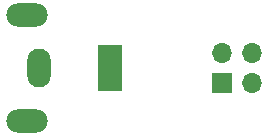
<source format=gbr>
%TF.GenerationSoftware,KiCad,Pcbnew,5.1.4-3.fc31*%
%TF.CreationDate,2019-11-21T18:34:14+01:00*%
%TF.ProjectId,barrel-jack-to-pcb,62617272-656c-42d6-9a61-636b2d746f2d,1.0*%
%TF.SameCoordinates,PX68c4118PY55fe290*%
%TF.FileFunction,Copper,L2,Bot*%
%TF.FilePolarity,Positive*%
%FSLAX46Y46*%
G04 Gerber Fmt 4.6, Leading zero omitted, Abs format (unit mm)*
G04 Created by KiCad (PCBNEW 5.1.4-3.fc31) date 2019-11-21 18:34:14*
%MOMM*%
%LPD*%
G04 APERTURE LIST*
%TA.AperFunction,ComponentPad*%
%ADD10R,2.000000X4.000000*%
%TD*%
%TA.AperFunction,ComponentPad*%
%ADD11O,2.000000X3.300000*%
%TD*%
%TA.AperFunction,ComponentPad*%
%ADD12O,3.500000X2.000000*%
%TD*%
%TA.AperFunction,ComponentPad*%
%ADD13R,1.700000X1.700000*%
%TD*%
%TA.AperFunction,ComponentPad*%
%ADD14O,1.700000X1.700000*%
%TD*%
G04 APERTURE END LIST*
D10*
%TO.P,J1,1*%
%TO.N,Net-(J1-Pad1)*%
X12700000Y6350000D03*
D11*
%TO.P,J1,2*%
%TO.N,Net-(J1-Pad2)*%
X6700000Y6350000D03*
D12*
%TO.P,J1,MP*%
%TO.N,N/C*%
X5700000Y10850000D03*
X5700000Y1850000D03*
%TD*%
D13*
%TO.P,J2,1*%
%TO.N,Net-(J1-Pad1)*%
X22225000Y5080000D03*
D14*
%TO.P,J2,3*%
%TO.N,Net-(J1-Pad2)*%
X24765000Y5080000D03*
%TO.P,J2,2*%
%TO.N,Net-(J1-Pad1)*%
X22225000Y7620000D03*
%TO.P,J2,4*%
%TO.N,Net-(J1-Pad2)*%
X24765000Y7620000D03*
%TD*%
M02*

</source>
